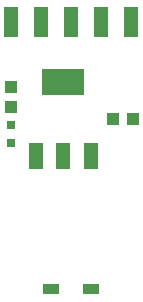
<source format=gtp>
G75*
%MOIN*%
%OFA0B0*%
%FSLAX24Y24*%
%IPPOS*%
%LPD*%
%AMOC8*
5,1,8,0,0,1.08239X$1,22.5*
%
%ADD10R,0.0394X0.0433*%
%ADD11R,0.0315X0.0315*%
%ADD12R,0.0433X0.0394*%
%ADD13R,0.0551X0.0354*%
%ADD14R,0.0500X0.1000*%
%ADD15R,0.0480X0.0880*%
%ADD16R,0.1417X0.0866*%
D10*
X007612Y006550D03*
X008282Y006550D03*
D11*
X004197Y005755D03*
X004197Y006345D03*
D12*
X004197Y006965D03*
X004197Y007635D03*
D13*
X005528Y000870D03*
X006866Y000870D03*
D14*
X007197Y009800D03*
X006197Y009800D03*
X005197Y009800D03*
X004197Y009800D03*
X008197Y009800D03*
D15*
X006857Y005330D03*
X005947Y005330D03*
X005037Y005330D03*
D16*
X005947Y007770D03*
M02*

</source>
